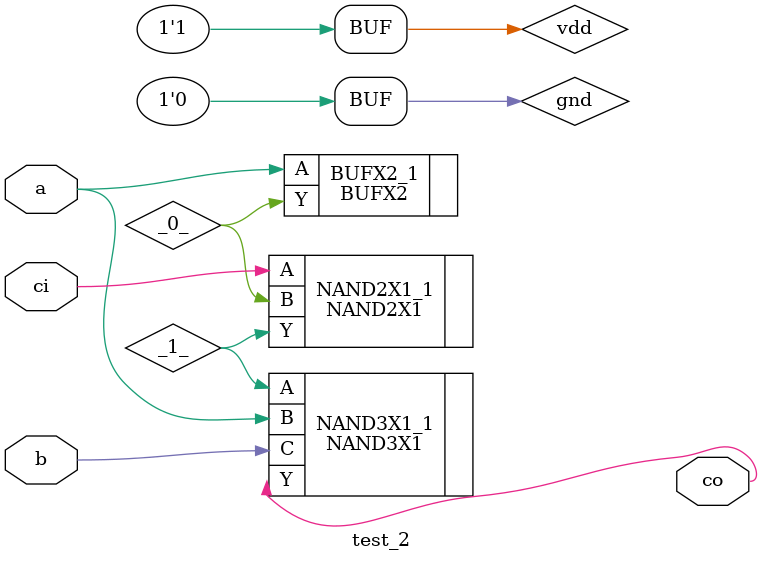
<source format=v>
module test_2 (a, b, ci, co);

output co;
input ci;
input a;
input b;

wire vdd = 1'b1;
wire gnd = 1'b0;

BUFX2 BUFX2_1 ( .A(a), .Y(_0_) );
NAND2X1 NAND2X1_1 ( .A(ci), .B(_0_), .Y(_1_) );
NAND3X1 NAND3X1_1 ( .A(_1_), .B(a), .C(b), .Y(co) );
endmodule


</source>
